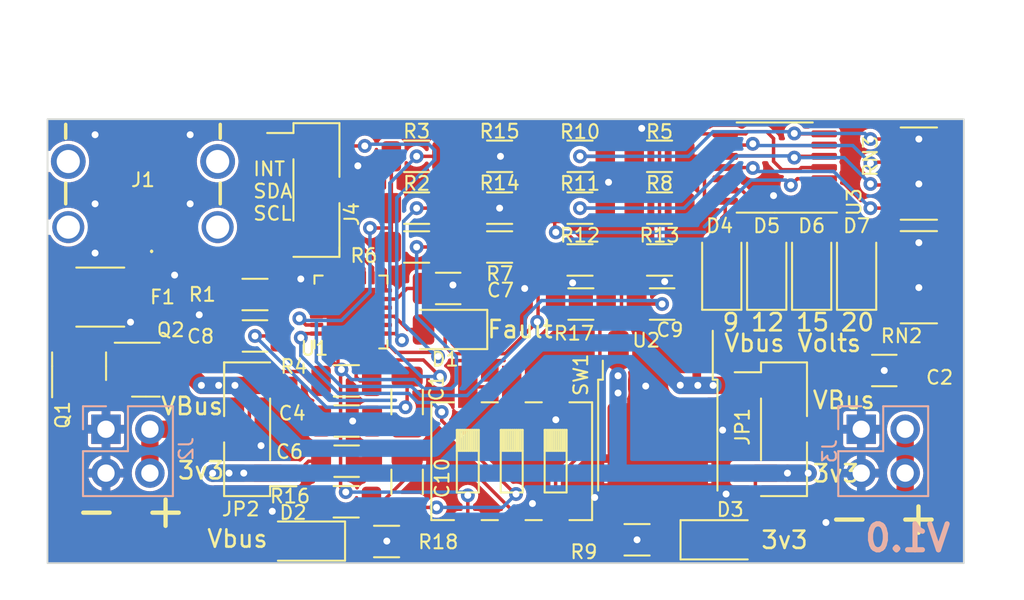
<source format=kicad_pcb>
(kicad_pcb (version 20221018) (generator pcbnew)
  (title_block (title "USB-C Breadboard Power Supply") (date "2023-05-16") (rev "v1") (company "Benjamin Crall"))
  (layers (0 "F.Cu" signal) (31 "B.Cu" signal) (34 "B.Paste" user) (35 "F.Paste" user) (36 "B.SilkS" user "B.Silkscreen") (37 "F.SilkS" user "F.Silkscreen") (38 "B.Mask" user) (39 "F.Mask" user) (44 "Edge.Cuts" user))
  (net 0 "")
  (net 1 "GND")
  (net 2 "VBUS")
  (net 3 "Net-(D1-K)")
  (net 4 "Net-(D1-A)")
  (net 5 "Net-(D3-K)")
  (net 6 "Net-(J1-CC2)")
  (net 7 "+3V3")
  (net 8 "Net-(D4-K)")
  (net 9 "Net-(D4-A)")
  (net 10 "Net-(D5-K)")
  (net 11 "Net-(D6-K)")
  (net 12 "Net-(D7-K)")
  (net 13 "Net-(D7-A)")
  (net 14 "Net-(RN3-R4.1)")
  (net 15 "Net-(RN3-R3.1)")
  (net 16 "Net-(RN3-R2.1)")
  (net 17 "Net-(RN3-R1.1)")
  (net 18 "Net-(U3A--)")
  (net 19 "Net-(D5-A)")
  (net 20 "Net-(D6-A)")
  (net 21 "Net-(J2-Pin_3)")
  (net 22 "Net-(J3-Pin_3)")
  (net 23 "Net-(U1-Vbus_Max)")
  (net 24 "Net-(U1-VDDD)")
  (net 25 "Net-(U1-VCCD)")
  (net 26 "Net-(U1-Vbus_Fet_En)")
  (net 27 "Net-(J4-Pin_1)")
  (net 28 "Net-(J4-Pin_2)")
  (net 29 "Net-(J4-Pin_3)")
  (net 30 "Net-(U1-Isink_Fine)")
  (net 31 "Net-(U1-Isink_Course)")
  (net 32 "Net-(R16-Pad2)")
  (net 33 "Net-(R17-Pad2)")
  (net 40 "Net-(D2-K)")
  (net 41 "Net-(Q1-D)")
  (net 42 "Net-(J1-CC1)")
  (net 43 "Net-(Q1-G)")
  (net 44 "Net-(F1-Pad1)")
  (net 45 "Net-(Q1-S)")
  (footprint "Resistor_SMD:R_1206_3216Metric" (layer "F.Cu") (at 114.8 85.8)
    (fp_text reference "R10")
    (fp_text value "73.2k")
  )
  (footprint "Resistor_SMD:R_1206_3216Metric" (layer "F.Cu") (at 119.4 91.8)
    (fp_text reference "R13")
    (fp_text value "100k")
  )
  (footprint "Resistor_SMD:R_1206_3216Metric" (layer "F.Cu") (at 105.35 85.8)
    (fp_text reference "R3")
    (fp_text value "5k1")
  )
  (footprint "Resistor_SMD:R_1206_3216Metric" (layer "F.Cu") (at 101.2875 98.8 180)
    (fp_text reference "R4")
    (fp_text value "100")
  )
  (footprint "Resistor_SMD:R_1206_3216Metric" (layer "F.Cu") (at 105.35 91.05)
    (fp_text reference "R6")
    (fp_text value "5k1")
  )
  (footprint "LED_SMD:LED_1206_3216Metric" (layer "F.Cu") (at 122.9 108)
    (fp_text reference "D3")
    (fp_text value "LED")
  )
  (footprint "Capacitor_SMD:C_1206_3216Metric" (layer "F.Cu") (at 101.3 101.125)
    (fp_text reference "C4")
    (fp_text value "1u")
  )
  (footprint "Package_TO_SOT_SMD:TO-252-2" (layer "F.Cu") (at 119.3 102.04 -90)
    (fp_text reference "U2")
    (fp_text value "BD33FC0FP")
  )
  (footprint "Package_TO_SOT_SMD:SOT-23-3" (layer "F.Cu") (at 85.825 97.95 90)
    (fp_text reference "Q1")
    (fp_text value "Q_PMOS_GSD")
  )
  (footprint "Resistor_SMD:R_1206_3216Metric" (layer "F.Cu") (at 119.4 85.8)
    (fp_text reference "R5")
    (fp_text value "0")
  )
  (footprint "Resistor_SMD:R_1206_3216Metric" (layer "F.Cu") (at 110.15 88.8)
    (fp_text reference "R14")
    (fp_text value "0")
  )
  (footprint "Fuse:Fuse_1812_4532Metric" (layer "F.Cu") (at 87.05 93.95 180)
    (fp_text reference "F1")
    (fp_text value "Fuse")
  )
  (footprint "LED_SMD:LED_1206_3216Metric" (layer "F.Cu") (at 123 92.4 90)
    (fp_text reference "D4")
    (fp_text value "LED")
  )
  (footprint "Resistor_SMD:R_1206_3216Metric" (layer "F.Cu") (at 110.15 91.05)
    (fp_text reference "R7")
    (fp_text value "2k2")
  )
  (footprint "Capacitor_SMD:C_1206_3216Metric" (layer "F.Cu") (at 119.55 94.35)
    (fp_text reference "C9")
    (fp_text value "1u")
  )
  (footprint "usb-breadboard:J-Amphenol-USB-C" (layer "F.Cu") (at 89.52 86.95 180)
    (fp_text reference "J1")
    (fp_text value "USB_C_Receptacle_PowerOnly_6P" hide)
  )
  (footprint "Connector_PinHeader_2.54mm:PinHeader_1x03_P2.54mm_Vertical_SMD_Pin1Left" (layer "F.Cu") (at 95.545 101.6 180)
    (fp_text reference "JP2")
    (fp_text value "Jumper_3_Bridged12")
  )
  (footprint "LED_SMD:LED_1206_3216Metric" (layer "F.Cu") (at 128.2 92.4 90)
    (fp_text reference "D6")
    (fp_text value "LED")
  )
  (footprint "LED_SMD:LED_1206_3216Metric" (layer "F.Cu") (at 125.6 92.4 90)
    (fp_text reference "D5")
    (fp_text value "LED")
  )
  (footprint "Resistor_SMD:R_Array_Convex_4x1206" (layer "F.Cu") (at 134.4 86.8)
    (fp_text reference "RN3")
    (fp_text value "100k")
  )
  (footprint "Connector_PinHeader_2.54mm:PinHeader_1x03_P2.54mm_Vertical_SMD_Pin1Left" (layer "F.Cu") (at 126.6 101.6)
    (fp_text reference "JP1")
    (fp_text value "Jumper_3_Bridged12")
  )
  (footprint "Resistor_SMD:R_1206_3216Metric" (layer "F.Cu") (at 118.1 108 180)
    (fp_text reference "R9")
    (fp_text value "2k2")
  )
  (footprint "LED_SMD:LED_1206_3216Metric" (layer "F.Cu") (at 130.8 92.4 90)
    (fp_text reference "D7")
    (fp_text value "LED")
  )
  (footprint "LED_SMD:LED_1206_3216Metric" (layer "F.Cu") (at 107.15 95.825 180)
    (fp_text reference "D1")
    (fp_text value "LED")
  )
  (footprint "Resistor_SMD:R_1206_3216Metric" (layer "F.Cu") (at 96 93.8 180)
    (fp_text reference "R1")
    (fp_text value "10k")
  )
  (footprint "Package_TO_SOT_SMD:SOT-23-3" (layer "F.Cu") (at 89.6875 98.15)
    (fp_text reference "Q2")
    (fp_text value "Q_PMOS_GSD")
  )
  (footprint "Resistor_SMD:R_1206_3216Metric" (layer "F.Cu") (at 114.85 94.35 180)
    (fp_text reference "R17")
    (fp_text value "3k")
  )
  (footprint "Connector_PinHeader_2.54mm:PinHeader_1x03_P2.54mm_Vertical_SMD_Pin1Left" (layer "F.Cu") (at 99.555 87.75)
    (fp_text reference "J4")
    (fp_text value "Conn_01x03")
  )
  (footprint "Capacitor_SMD:C_1206_3216Metric" (layer "F.Cu") (at 101.3 103.45)
    (fp_text reference "C6")
    (fp_text value "1u")
  )
  (footprint "Capacitor_SMD:C_1206_3216Metric" (layer "F.Cu") (at 107.175 93.45)
    (fp_text reference "C7")
    (fp_text value "1u")
  )
  (footprint "Package_SO:TSSOP-14_4.4x5mm_P0.65mm" (layer "F.Cu") (at 126.0625 86.45 180)
    (fp_text reference "U3")
    (fp_text value "LM339")
  )
  (footprint "Capacitor_SMD:C_1206_3216Metric" (layer "F.Cu") (at 104.8 104.65 90)
    (fp_text reference "C10")
    (fp_text value "1u")
  )
  (footprint "Resistor_SMD:R_1206_3216Metric" (layer "F.Cu") (at 119.4 88.8)
    (fp_text reference "R8")
    (fp_text value "36.5k")
  )
  (footprint "Capacitor_SMD:C_1206_3216Metric" (layer "F.Cu") (at 104.8 100.025 -90)
    (fp_text reference "C1")
    (fp_text value "10u")
  )
  (footprint "Resistor_SMD:R_1206_3216Metric" (layer "F.Cu") (at 103.6125 108.1)
    (fp_text reference "R18")
    (fp_text value "5k1")
  )
  (footprint "Button_Switch_SMD:SW_DIP_SPSTx03_Slide_6.7x9.18mm_W8.61mm_P2.54mm_LowProfile" (layer "F.Cu") (at 110.85 103.45 -90)
    (fp_text reference "SW1")
    (fp_text value "SW_DIP_x03")
  )
  (footprint "LED_SMD:LED_1206_3216Metric" (layer "F.Cu") (at 98.925 108.075 180)
    (fp_text reference "D2")
    (fp_text value "LED")
  )
  (footprint "Resistor_SMD:R_1206_3216Metric" (layer "F.Cu") (at 105.35 88.8)
    (fp_text reference "R2")
    (fp_text value "DNP")
  )
  (footprint "Package_DFN_QFN:QFN-24-1EP_4x4mm_P0.5mm_EP2.8x2.8mm" (layer "F.Cu") (at 101.55 94.8125 90)
    (fp_text reference "U1")
    (fp_text value "CYPD3177")
  )
  (footprint "Capacitor_SMD:C_1206_3216Metric" (layer "F.Cu") (at 96 96.2 180)
    (fp_text reference "C8")
    (fp_text value "1u")
  )
  (footprint "Resistor_SMD:R_Array_Convex_4x1206" (layer "F.Cu") (at 134.4 92.8 180)
    (fp_text reference "RN2")
    (fp_text value "2k2")
  )
  (footprint "Capacitor_SMD:C_1206_3216Metric" (layer "F.Cu") (at 132.4 98.2)
    (fp_text reference "C2")
    (fp_text value "1u")
  )
  (footprint "Resistor_SMD:R_1206_3216Metric" (layer "F.Cu") (at 114.8 91.8)
    (fp_text reference "R12")
    (fp_text value "536k")
  )
  (footprint "Resistor_SMD:R_1206_3216Metric" (layer "F.Cu") (at 101.275 105.8)
    (fp_text reference "R16")
    (fp_text value "1k2")
  )
  (footprint "Resistor_SMD:R_1206_3216Metric" (layer "F.Cu") (at 114.8 88.8)
    (fp_text reference "R11")
    (fp_text value "137k")
  )
  (footprint "Resistor_SMD:R_1206_3216Metric" (layer "F.Cu") (at 110.15 85.8)
    (fp_text reference "R15")
    (fp_text value "2k2")
  )
  (footprint "Connector_PinHeader_2.54mm:PinHeader_2x02_P2.54mm_Vertical" (layer "B.Cu") (at 131.069 101.6 -90)
    (fp_text reference "J3")
    (fp_text value "Conn_02x02")
  )
  (footprint "Connector_PinHeader_2.54mm:PinHeader_2x02_P2.54mm_Vertical" (layer "B.Cu") (at 87.381 101.6 -90)
    (fp_text reference "J2")
    (fp_text value "Conn_02x02")
  )
  (gr_rect locked (start 84 83.65) (end 137 109.35) (stroke (width 0.1)) (fill none) (layer "Edge.Cuts"))
  (gr_text "V1.0" (at 136.375 108.775) (layer "B.SilkS") (effects (font (size 1.5 1.5) (thickness 0.3) bold) (justify left bottom mirror)))
  (gr_text "INT\nSDA\nSCL" (at 95.825 89.575) (layer "F.SilkS") (effects (font (size 0.8 0.8) (thickness 0.12)) (justify left bottom)))
  (gr_text "15" (at 127.2 96) (layer "F.SilkS") (effects (font (size 1 1)) (justify left bottom)))
  (gr_text "9" (at 122.95 96) (layer "F.SilkS") (effects (font (size 1 1)) (justify left bottom)))
  (gr_text "- +" (at 128.975 107.85) (layer "F.SilkS") (effects (font (size 2 2) (thickness 0.25)) (justify left bottom)))
  (gr_text "3v3" (at 128.175 104.75) (layer "F.SilkS") (effects (font (size 1 1)) (justify left bottom)))
  (gr_text "- +" (at 85.425 107.45) (layer "F.SilkS") (effects (font (size 2 2) (thickness 0.25)) (justify left bottom)))
  (gr_text "3v3" (at 125.2 108.6) (layer "F.SilkS") (effects (font (size 1 1)) (justify left bottom)))
  (gr_text "20" (at 129.8 96) (layer "F.SilkS") (effects (font (size 1 1)) (justify left bottom)))
  (gr_text "12" (at 124.6 96) (layer "F.SilkS") (effects (font (size 1 1)) (justify left bottom)))
  (gr_text "Vbus" (at 93.15 108.525) (layer "F.SilkS") (effects (font (size 1 1)) (justify left bottom)))
  (gr_text "3v3" (at 91.45 104.575) (layer "F.SilkS") (effects (font (size 1 1)) (justify left bottom)))
  (gr_text "VBus" (at 128.175 100.5) (layer "F.SilkS") (effects (font (size 1 1)) (justify left bottom)))
  (gr_text "Vbus Volts" (at 123.05 97.2) (layer "F.SilkS") (effects (font (size 1 1)) (justify left bottom)))
  (gr_text "Fault" (at 109.35 96.4) (layer "F.SilkS") (effects (font (size 1 1)) (justify left bottom)))
  (gr_text "VBus" (at 90.475 100.85) (layer "F.SilkS") (effects (font (size 1 1)) (justify left bottom)))
  (segment (start 111.6125 91.05) (end 111.6125 88.8) (width 0.2) (layer "F.Cu") (net 1))
  (segment (start 99.5625 93.5625) (end 100.3 93.5625) (width 0.2) (layer "F.Cu") (net 1))
  (segment (start 99.5625 95.0625) (end 101.3 95.0625) (width 0.2) (layer "F.Cu") (net 1))
  (via (at 134.4 90.8) (size 0.8) (drill 0.4) (layers "F.Cu" "B.Cu") (net 1))
  (via (at 92.25 88.55) (size 0.8) (drill 0.4) (layers "F.Cu" "B.Cu") (net 1))
  (via (at 107.45 93.25) (size 0.8) (drill 0.4) (layers "F.Cu" "B.Cu") (net 1))
  (via (at 118.6 99.1) (size 0.8) (drill 0.4) (layers "F.Cu" "B.Cu") (net 1))
  (via (at 110.2 85.8) (size 0.8) (drill 0.4) (layers "F.Cu" "B.Cu") (net 1))
  (via (at 118.1 108) (size 0.8) (drill 0.4) (layers "F.Cu" "B.Cu") (net 1))
  (via (at 132.4 98.2) (size 0.8) (drill 0.4) (layers "F.Cu" "B.Cu") (net 1))
  (via (at 101.65 101.125) (size 0.8) (drill 0.4) (layers "F.Cu" "B.Cu") (net 1))
  (via (at 123.25 105.35) (size 0.8) (drill 0.4) (layers "F.Cu" "B.Cu") (net 1))
  (via (at 92.775 94.975) (size 0.8) (drill 0.4) (layers "F.Cu" "B.Cu") (net 1))
  (via (at 98.65 92.9) (size 0.8) (drill 0.4) (layers "F.Cu" "B.Cu") (net 1))
  (via (at 97 106.35) (size 0.8) (drill 0.4) (layers "F.Cu" "B.Cu") (net 1))
  (via (at 118.369622 84.180378) (size 0.8) (drill 0.4) (layers "F.Cu" "B.Cu") (net 1))
  (via (at 103.625 108.075) (size 0.8) (drill 0.4) (layers "F.Cu" "B.Cu") (net 1))
  (via (at 115.65 105.55) (size 0.8) (drill 0.4) (layers "F.Cu" "B.Cu") (net 1))
  (via (at 96.35 102.55) (size 0.8) (drill 0.4) (layers "F.Cu" "B.Cu") (net 1))
  (via (at 86.75 91.4) (size 0.8) (drill 0.4) (layers "F.Cu" "B.Cu") (net 1))
  (via (at 88.8 95.4) (size 0.8) (drill 0.4) (layers "F.Cu" "B.Cu") (net 1))
  (via (at 86.75 84.55) (size 0.8) (drill 0.4) (layers "F.Cu" "B.Cu") (net 1))
  (via (at 112.05 105.9) (size 0.8) (drill 0.4) (layers "F.Cu" "B.Cu") (net 1))
  (via (at 111.6 93.45) (size 0.8) (drill 0.4) (layers "F.Cu" "B.Cu") (net 1))
  (via (at 101.95 86.35) (size 0.8) (drill 0.4) (layers "F.Cu" "B.Cu") (net 1))
  (via (at 125.994975 88.075) (size 0.8) (drill 0.4) (layers "F.Cu" "B.Cu") (net 1))
  (via (at 134.4 84.8) (size 0.8) (drill 0.4) (layers "F.Cu" "B.Cu") (net 1))
  (via (at 91.35 92.675) (size 0.8) (drill 0.4) (layers "F.Cu" "B.Cu") (net 1))
  (via (at 134.4 87.4) (size 0.8) (drill 0.4) (layers "F.Cu" "B.Cu") (net 1))
  (via (at 119.7 93.05) (size 0.8) (drill 0.4) (layers "F.Cu" "B.Cu") (net 1))
  (via (at 86.75 88.55) (size 0.8) (drill 0.4) (layers "F.Cu" "B.Cu") (net 1))
  (via (at 92.25 84.55) (size 0.8) (drill 0.4) (layers "F.Cu" "B.Cu") (net 1))
  (via (at 129.025 107) (size 0.8) (drill 0.4) (layers "F.Cu" "B.Cu") (net 1))
  (via (at 114.375 93.125) (size 0.8) (drill 0.4) (layers "F.Cu" "B.Cu") (net 1))
  (via (at 123.05 101.65) (size 0.8) (drill 0.4) (layers "F.Cu" "B.Cu") (net 1))
  (via (at 116.45 87.3) (size 0.8) (drill 0.4) (layers "F.Cu" "B.Cu") (net 1))
  (via (at 113.4 101.05) (size 0.8) (drill 0.4) (layers "F.Cu" "B.Cu") (net 1))
  (via (at 110.15 88.8) (size 0.8) (drill 0.4) (layers "F.Cu" "B.Cu") (net 1))
  (via (at 134.4 93.4) (size 0.8) (drill 0.4) (layers "F.Cu" "B.Cu") (net 1))
  (segment (start 90.825 98.15) (end 91.99 98.15) (width 1) (layer "F.Cu") (net 2))
  (segment (start 95.125 102.75) (end 95.675 102.2) (width 0.2) (layer "F.Cu") (net 2))
  (segment (start 95.675 102.2) (end 95.675 99.895) (width 0.2) (layer "F.Cu") (net 2))
  (segment (start 128.74 99.06) (end 125.285 99.06) (width 0.5) (layer "F.Cu") (net 2))
  (segment (start 93.9 99.06) (end 94.84 99.06) (width 1) (layer "F.Cu") (net 2))
  (segment (start 112.7 91.8) (end 113.3375 91.8) (width 0.2) (layer "F.Cu") (net 2))
  (segment (start 94.84 99.06) (end 97.06 99.06) (width 1) (layer "F.Cu") (net 2))
  (segment (start 91.99 98.15) (end 92.9 99.06) (width 1) (layer "F.Cu") (net 2))
  (segment (start 112.375 92.125) (end 112.7 91.8) (width 0.2) (layer "F.Cu") (net 2))
  (segment (start 112.326605 95.384151) (end 112.375 95.335756) (width 0.2) (layer "F.Cu") (net 2))
  (segment (start 92.6 104.7) (end 92.6 103.6) (width 0.2) (layer "F.Cu") (net 2))
  (segment (start 120.6 99.05) (end 120.61 99.06) (width 1) (layer "F.Cu") (net 2))
  (segment (start 92.9 99.06) (end 93.9 99.06) (width 1) (layer "F.Cu") (net 2))
  (segment (start 107 94.1) (end 107 96.8) (width 0.2) (layer "F.Cu") (net 2))
  (segment (start 93.45 102.75) (end 95.125 102.75) (width 0.2) (layer "F.Cu") (net 2))
  (segment (start 103.5375 94.0625) (end 104.1875 94.0625) (width 0.2) (layer "F.Cu") (net 2))
  (segment (start 107 96.8) (end 107.425 97.225) (width 0.2) (layer "F.Cu") (net 2))
  (segment (start 120.61 99.06) (end 124.945 99.06) (width 1) (layer "F.Cu") (net 2))
  (segment (start 121.615 99.06) (end 121.555 99) (width 0.5) (layer "F.Cu") (net 2))
  (segment (start 112.375 95.335756) (end 112.375 92.125) (width 0.2) (layer "F.Cu") (net 2))
  (segment (start 121.555 99) (end 121.555 96.375) (width 0.5) (layer "F.Cu") (net 2))
  (segment (start 107.425 97.225) (end 110.475 97.225) (width 0.2) (layer "F.Cu") (net 2))
  (segment (start 129.6 98.2) (end 128.74 99.06) (width 0.5) (layer "F.Cu") (net 2))
  (segment (start 104.1875 94.0625) (end 104.8 93.45) (width 0.2) (layer "F.Cu") (net 2))
  (segment (start 97.525 108.075) (end 95.975 108.075) (width 0.2) (layer "F.Cu") (net 2))
  (segment (start 104.8 93.45) (end 106.35 93.45) (width 0.2) (layer "F.Cu") (net 2))
  (segment (start 95.675 99.895) (end 94.84 99.06) (width 0.2) (layer "F.Cu") (net 2))
  (segment (start 112.315849 95.384151) (end 112.326605 95.384151) (width 0.2) (layer "F.Cu") (net 2))
  (segment (start 92.6 103.6) (end 93.45 102.75) (width 0.2) (layer "F.Cu") (net 2))
  (segment (start 95.975 108.075) (end 92.6 104.7) (width 0.2) (layer "F.Cu") (net 2))
  (segment (start 130.925 98.2) (end 129.6 98.2) (width 0.5) (layer "F.Cu") (net 2))
  (segment (start 110.475 97.225) (end 112.315849 95.384151) (width 0.2) (layer "F.Cu") (net 2))
  (segment (start 106.35 93.45) (end 107 94.1) (width 0.2) (layer "F.Cu") (net 2))
  (via (at 93.9 99.06) (size 0.8) (drill 0.4) (layers "F.Cu" "B.Cu") (net 2))
  (via (at 121.615 99.06) (size 0.8) (drill 0.4) (layers "F.Cu" "B.Cu") (net 2))
  (via (at 94.84 99.06) (size 0.8) (drill 0.4) (layers "F.Cu" "B.Cu") (net 2))
  (via (at 120.6 99.05) (size 0.8) (drill 0.4) (layers "F.Cu" "B.Cu") (net 2))
  (via (at 92.9 99.06) (size 0.8) (drill 0.4) (layers "F.Cu" "B.Cu") (net 2))
  (via (at 112.326605 95.384151) (size 0.8) (drill 0.4) (layers "F.Cu" "B.Cu") (net 2))
  (via (at 122.5 99.06) (size 0.8) (drill 0.4) (layers "F.Cu" "B.Cu") (net 2))
  (segment (start 112.45 96.6) (end 118.155635 96.6) (width 1) (layer "B.Cu") (net 2))
  (segment (start 111.3 97.75) (end 106.35 102.7) (width 1) (layer "B.Cu") (net 2))
  (segment (start 120.61 99.06) (end 120.6 99.05) (width 1) (layer "B.Cu") (net 2))
  (segment (start 106.35 102.7) (end 98.48 102.7) (width 1) (layer "B.Cu") (net 2))
  (segment (start 112.326605 96.723395) (end 111.3 97.75) (width 0.2) (layer "B.Cu") (net 2))
  (segment (start 112.326605 95.384151) (end 112.326605 96.723395) (width 0.2) (layer "B.Cu") (net 2))
  (segment (start 98.48 102.7) (end 94.84 99.06) (width 1) (layer "B.Cu") (net 2))
  (segment (start 122.5 99.06) (end 120.61 99.06) (width 1) (layer "B.Cu") (net 2))
  (segment (start 92.9 99.06) (end 94.84 99.06) (width 1) (layer "B.Cu") (net 2))
  (segment (start 120.6 99.044365) (end 120.6 99.05) (width 1) (layer "B.Cu") (net 2))
  (segment (start 118.155635 96.6) (end 120.6 99.044365) (width 1) (layer "B.Cu") (net 2))
  (segment (start 111.3 97.75) (end 112.45 96.6) (width 1) (layer "B.Cu") (net 2))
  (segment (start 110.05 91.6) (end 110.05 95.45) (width 0.2) (layer "F.Cu") (net 3))
  (segment (start 110.05 95.45) (end 109.675 95.825) (width 0.2) (layer "F.Cu") (net 3))
  (segment (start 109.675 95.825) (end 108.775 95.825) (width 0.2) (layer "F.Cu") (net 3))
  (segment (start 108.6875 91.05) (end 109.5 91.05) (width 0.2) (layer "F.Cu") (net 3))
  (segment (start 109.5 91.05) (end 110.05 91.6) (width 0.2) (layer "F.Cu") (net 3))
  (segment (start 104.0625 95.0625) (end 104.825 95.825) (width 0.2) (layer "F.Cu") (net 4))
  (segment (start 103.5375 95.0625) (end 104.0625 95.0625) (width 0.2) (layer "F.Cu") (net 4))
  (segment (start 104.825 95.825) (end 105.525 95.825) (width 0.2) (layer "F.Cu") (net 4))
  (segment (start 119.5625 108) (end 121.5 108) (width 0.2) (layer "F.Cu") (net 5))
  (segment (start 101.8 92.825) (end 101.8 92.375) (width 0.2) (layer "F.Cu") (net 6))
  (segment (start 101.125 91.7) (end 90.05 91.7) (width 0.2) (layer "F.Cu") (net 6))
  (segment (start 89 90.65) (end 89 89.95) (width 0.2) (layer "F.Cu") (net 6))
  (segment (start 101.8 92.375) (end 101.125 91.7) (width 0.2) (layer "F.Cu") (net 6))
  (segment (start 90.05 91.7) (end 89 90.65) (width 0.2) (layer "F.Cu") (net 6))
  (segment (start 97.2 104.14) (end 98.56 104.14) (width 0.2) (layer "F.Cu") (net 7))
  (segment (start 117.9375 85.8) (end 117.9375 88.8) (width 0.2) (layer "F.Cu") (net 7))
  (segment (start 124.3 108) (end 124.3 106.3) (width 0.2) (layer "F.Cu") (net 7))
  (segment (start 117.9375 85.8) (end 117.9375 84.7375) (width 0.2) (layer "F.Cu") (net 7))
  (segment (start 116.995 98.5) (end 116.995 96.375) (width 0.75) (layer "F.Cu") (net 7))
  (segment (start 126.8 104.14) (end 124.945 104.14) (width 1) (layer "F.Cu") (net 7))
  (segment (start 128.925 87.1) (end 127.369975 87.1) (width 0.2) (layer "F.Cu") (net 7))
  (segment (start 114.8 91) (end 114.8 92.5) (width 0.2) (layer "F.Cu") (net 7))
  (segment (start 113.3375 88.8) (end 113.3375 85.8) (width 0.2) (layer "F.Cu") (net 7))
  (segment (start 124.3 106.3) (end 124.945 105.655) (width 0.2) (layer "F.Cu") (net 7))
  (segment (start 117.02 95.53) (end 117.02 97) (width 0.2) (layer "F.Cu") (net 7))
  (segment (start 99.1 103.45) (end 99.775 103.45) (width 0.2) (layer "F.Cu") (net 7))
  (segment (start 113.3375 88.8) (end 113.3375 89.9375) (width 0.2) (layer "F.Cu") (net 7))
  (segment (start 113.3375 84.6625) (end 113.3375 85.8) (width 0.2) (layer "F.Cu") (net 7))
  (segment (start 98.56 104.14) (end 98.9 103.8) (width 0.2) (layer "F.Cu") (net 7))
  (segment (start 117 98.505) (end 116.995 98.5) (width 0.75) (layer "F.Cu") (net 7))
  (segment (start 116.75 93.05) (end 117.2 93.5) (width 0.2) (layer "F.Cu") (net 7))
  (segment (start 117.9375 84.7375) (end 117.4 84.2) (width 0.2) (layer "F.Cu") (net 7))
  (segment (start 127.369975 87.1) (end 126.994975 87.475) (width 0.2) (layer "F.Cu") (net 7))
  (segment (start 117 98.505) (end 117 99.5005) (width 0.75) (layer "F.Cu") (net 7))
  (segment (start 114.8 92.5) (end 115.35 93.05) (width 0.2) (layer "F.Cu") (net 7))
  (segment (start 113.4 90) (end 113.4 90.2) (width 0.2) (layer "F.Cu") (net 7))
  (segment (start 93.56 104.14) (end 97.48 104.14) (width 1) (layer "F.Cu") (net 7))
  (segment (start 98.9 103.65) (end 99.1 103.45) (width 0.2) (layer "F.Cu") (net 7))
  (segment (start 113.8 84.2) (end 113.3375 84.6625) (width 0.2) (layer "F.Cu") (net 7))
  (segment (start 117.4 84.2) (end 113.8 84.2) (width 0.2) (layer "F.Cu") (net 7))
  (segment (start 117.2 93.5) (end 117.2 95.35) (width 0.2) (layer "F.Cu") (net 7))
  (segment (start 115.35 93.05) (end 116.75 93.05) (width 0.2) (layer "F.Cu") (net 7))
  (segment (start 98.9 103.8) (end 98.9 103.65) (width 0.2) (layer "F.Cu") (net 7))
  (segment (start 113.4 90.2) (end 114 90.2) (width 0.2) (layer "F.Cu") (net 7))
  (segment (start 93.55 104.15) (end 93.56 104.14) (width 1) (layer "F.Cu") (net 7))
  (segment (start 114 90.2) (end 114.8 91) (width 0.2) (layer "F.Cu") (net 7))
  (segment (start 124.945 105.655) (end 124.945 104.14) (width 0.2) (layer "F.Cu") (net 7))
  (segment (start 117.2 95.35) (end 117.02 95.53) (width 0.2) (layer "F.Cu") (net 7))
  (segment (start 128 104.14) (end 126.8 104.14) (width 1) (layer "F.Cu") (net 7))
  (segment (start 113.3375 89.9375) (end 113.4 90) (width 0.2) (layer "F.Cu") (net 7))
  (via (at 126.8 104.14) (size 0.8) (drill 0.4) (layers "F.Cu" "B.Cu") (net 7))
  (via (at 93.55 104.15) (size 0.8) (drill 0.4) (layers "F.Cu" "B.Cu") (net 7))
  (via (at 117 99.5005) (size 0.8) (drill 0.4) (layers "F.Cu" "B.Cu") (net 7))
  (via (at 94.5 104.14) (size 0.8) (drill 0.4) (layers "F.Cu" "B.Cu") (net 7))
  (via (at 95.35 104.14) (size 0.8) (drill 0.4) (layers "F.Cu" "B.Cu") (net 7))
  (via (at 126.994975 87.475) (size 0.8) (drill 0.4) (layers "F.Cu" "B.Cu") (net 7))
  (via (at 117 98.505) (size 0.8) (drill 0.4) (layers "F.Cu" "B.Cu") (net 7))
  (via (at 128 104.14) (size 0.8) (drill 0.4) (layers "F.Cu" "B.Cu") (net 7))
  (via (at 113.4 90.2) (size 0.8) (drill 0.4) (layers "F.Cu" "B.Cu") (net 7))
  (segment (start 126.694975 87.175) (end 126.994975 87.475) (width 0.2) (layer "B.Cu") (net 7))
  (segment (start 93.56 104.14) (end 94.5 104.14) (width 1) (layer "B.Cu") (net 7))
  (segment (start 94.5 104.14) (end 95.35 104.14) (width 1) (layer "B.Cu") (net 7))
  (segment (start 117 98.505) (end 117 103.8) (width 1) (layer "B.Cu") (net 7))
  (segment (start 124.694975 87.175) (end 126.694975 87.175) (width 0.2) (layer "B.Cu") (net 7))
  (segment (start 113.4 90.2) (end 122 90.2) (width 0.2) (layer "B.Cu") (net 7))
  (segment (start 93.55 104.15) (end 93.56 104.14) (width 1) (layer "B.Cu") (net 7))
  (segment (start 121.994975 89.875) (end 124.694975 87.175) (width 0.2) (layer "B.Cu") (net 7))
  (segment (start 93.56 104.14) (end 128 104.14) (width 1) (layer "B.Cu") (net 7))
  (segment (start 131.6 92) (end 132 91.6) (width 0.2) (layer "F.Cu") (net 8))
  (segment (start 132 91.6) (end 132 91.2) (width 0.2) (layer "F.Cu") (net 8))
  (segment (start 123.8 92) (end 131.6 92) (width 0.2) (layer "F.Cu") (net 8))
  (segment (start 123 92.8) (end 123.8 92) (width 0.2) (layer "F.Cu") (net 8))
  (segment (start 132 91.2) (end 132.4 90.8) (width 0.2) (layer "F.Cu") (net 8))
  (segment (start 132.4 90.8) (end 132.9 90.8) (width 0.2) (layer "F.Cu") (net 8))
  (segment (start 123 93.8) (end 123 92.8) (width 0.2) (layer "F.Cu") (net 8))
  (segment (start 123 89.375) (end 123 91) (width 0.2) (layer "F.Cu") (net 9))
  (segment (start 123.2 89.175) (end 123 89.375) (width 0.2) (layer "F.Cu") (net 9))
  (segment (start 123.2 88.4) (end 123.2 89.175) (width 0.2) (layer "F.Cu") (net 9))
  (segment (start 132.02 92.4) (end 132.28 92.14) (width 0.2) (layer "F.Cu") (net 10))
  (segment (start 125.6 93.8) (end 125.6 93) (width 0.2) (layer "F.Cu") (net 10))
  (segment (start 132.28 92.14) (end 132.9 92.14) (width 0.2) (layer "F.Cu") (net 10))
  (segment (start 126.2 92.4) (end 132.02 92.4) (width 0.2) (layer "F.Cu") (net 10))
  (segment (start 125.6 93) (end 126.2 92.4) (width 0.2) (layer "F.Cu") (net 10))
  (segment (start 132.46 93.46) (end 132.9 93.46) (width 0.2) (layer "F.Cu") (net 11))
  (segment (start 128.2 93) (end 128.4 92.8) (width 0.2) (layer "F.Cu") (net 11))
  (segment (start 131.8 92.8) (end 132.46 93.46) (width 0.2) (layer "F.Cu") (net 11))
  (segment (start 128.2 93.8) (end 128.2 93) (width 0.2) (layer "F.Cu") (net 11))
  (segment (start 128.4 92.8) (end 131.8 92.8) (width 0.2) (layer "F.Cu") (net 11))
  (segment (start 130.8 94.6) (end 131 94.8) (width 0.2) (layer "F.Cu") (net 12))
  (segment (start 130.8 93.8) (end 130.8 94.6) (width 0.2) (layer "F.Cu") (net 12))
  (segment (start 131 94.8) (end 132.9 94.8) (width 0.2) (layer "F.Cu") (net 12))
  (segment (start 128.925 87.75) (end 129.875 87.75) (width 0.2) (layer "F.Cu") (net 13))
  (segment (start 129.875 87.75) (end 130.8 88.675) (width 0.2) (layer "F.Cu") (net 13))
  (segment (start 130.8 88.675) (end 130.8 91) (width 0.2) (layer "F.Cu") (net 13))
  (segment (start 122 88.4) (end 122 86.825) (width 0.2) (layer "F.Cu") (net 14))
  (segment (start 120.8625 88.8) (end 121.6 88.8) (width 0.2) (layer "F.Cu") (net 14))
  (segment (start 132.9 88.8) (end 131.6 88.8) (width 0.2) (layer "F.Cu") (net 14))
  (segment (start 124.769975 86.45) (end 124.794975 86.475) (width 0.2) (layer "F.Cu") (net 14))
  (segment (start 123.132475 86.475) (end 123.157475 86.45) (width 0.2) (layer "F.Cu") (net 14))
  (segment (start 122 86.825) (end 122.375 86.45) (width 0.2) (layer "F.Cu") (net 14))
  (segment (start 121.6 88.8) (end 122 88.4) (width 0.2) (layer "F.Cu") (net 14))
  (segment (start 123.2 86.45) (end 124.769975 86.45) (width 0.2) (layer "F.Cu") (net 14))
  (segment (start 122.375 86.45) (end 123.2 86.45) (width 0.2) (layer "F.Cu") (net 14))
  (via (at 131.6 88.8) (size 0.8) (drill 0.4) (layers "F.Cu" "B.Cu") (net 14))
  (via (at 124.794975 86.475) (size 0.8) (drill 0.4) (layers "F.Cu" "B.Cu") (net 14))
  (segment (start 129.25 86.675) (end 129.475 86.675) (width 0.2) (layer "B.Cu") (net 14))
  (segment (start 124.794975 86.475) (end 124.994975 86.675) (width 0.2) (layer "B.Cu") (net 14))
  (segment (start 124.994975 86.675) (end 129.475 86.675) (width 0.2) (layer "B.Cu") (net 14))
  (segment (start 129.475 86.675) (end 131.6 88.8) (width 0.2) (layer "B.Cu") (net 14))
  (segment (start 129.475 86.675) (end 129.7375 86.9375) (width 0.2) (layer "B.Cu") (net 14))
  (segment (start 132.9 87.46) (end 131.66 87.46) (width 0.2) (layer "F.Cu") (net 15))
  (segment (start 128.925 85.8) (end 127.269975 85.8) (width 0.2) (layer "F.Cu") (net 15))
  (segment (start 131.66 87.46) (end 131.6 87.4) (width 0.2) (layer "F.Cu") (net 15))
  (segment (start 127.269975 85.8) (end 127.194975 85.875) (width 0.2) (layer "F.Cu") (net 15))
  (segment (start 116.2625 88.8) (end 114.8 88.8) (width 0.2) (layer "F.Cu") (net 15))
  (via (at 114.8 88.8) (size 0.8) (drill 0.4) (layers "F.Cu" "B.Cu") (net 15))
  (via (at 127.194975 85.875) (size 0.8) (drill 0.4) (layers "F.Cu" "B.Cu") (net 15))
  (via (at 131.6 87.4) (size 0.8) (drill 0.4) (layers "F.Cu" "B.Cu") (net 15))
  (segment (start 130.075 85.875) (end 130.4 86.2) (width 0.2) (layer "B.Cu") (net 15))
  (segment (start 120.825 88.8) (end 123.85 85.775) (width 0.2) (layer "B.Cu") (net 15))
  (segment (start 127.194975 85.875) (end 130.075 85.875) (width 0.2) (layer "B.Cu") (net 15))
  (segment (start 123.85 85.775) (end 127.094975 85.775) (width 0.2) (layer "B.Cu") (net 15))
  (segment (start 130.4 86.2) (end 131.6 87.4) (width 0.2) (layer "B.Cu") (net 15))
  (segment (start 127.094975 85.775) (end 127.194975 85.875) (width 0.2) (layer "B.Cu") (net 15))
  (segment (start 114.8 88.8) (end 120.825 88.8) (width 0.2) (layer "B.Cu") (net 15))
  (segment (start 122.35 85.15) (end 121.7 85.8) (width 0.2) (layer "F.Cu") (net 16))
  (segment (start 132.9 86.14) (end 131.66 86.14) (width 0.2) (layer "F.Cu") (net 16))
  (segment (start 123.2 85.15) (end 124.719975 85.15) (width 0.2) (layer "F.Cu") (net 16))
  (segment (start 123.2 85.15) (end 122.35 85.15) (width 0.2) (layer "F.Cu") (net 16))
  (segment (start 121.7 85.8) (end 120.8625 85.8) (width 0.2) (layer "F.Cu") (net 16))
  (segment (start 124.694975 85.175) (end 124.794975 85.075) (width 0.2) (layer "F.Cu") (net 16))
  (segment (start 131.66 86.14) (end 131.6 86.2) (width 0.2) (layer "F.Cu") (net 16))
  (segment (start 124.719975 85.15) (end 124.794975 85.075) (width 0.2) (layer "F.Cu") (net 16))
  (via (at 124.794975 85.075) (size 0.8) (drill 0.4) (layers "F.Cu" "B.Cu") (net 16))
  (via (at 131.6 86.2) (size 0.8) (drill 0.4) (layers "F.Cu" "B.Cu") (net 16))
  (segment (start 124.794975 85.075) (end 124.894975 85.175) (width 0.2) (layer "B.Cu") (net 16))
  (segment (start 124.894975 85.175) (end 130.575 85.175) (width 0.2) (layer "B.Cu") (net 16))
  (segment (start 130.9 85.5) (end 131.6 86.2) (width 0.2) (layer "B.Cu") (net 16))
  (segment (start 130.575 85.175) (end 130.9 85.5) (width 0.2) (layer "B.Cu") (net 16))
  (segment (start 116.2625 85.8) (end 114.8 85.8) (width 0.2) (layer "F.Cu") (net 17))
  (segment (start 127.244975 84.525) (end 127.194975 84.475) (width 0.2) (layer "F.Cu") (net 17))
  (segment (start 127.219975 84.5) (end 127.194975 84.475) (width 0.2) (layer "F.Cu") (net 17))
  (segment (start 132.9 84.8) (end 131.6 84.8) (width 0.2) (layer "F.Cu") (net 17))
  (segment (start 128.925 84.5) (end 127.219975 84.5) (width 0.2) (layer "F.Cu") (net 17))
  (via (at 131.6 84.8) (size 0.8) (drill 0.4) (layers "F.Cu" "B.Cu") (net 17))
  (via (at 127.194975 84.475) (size 0.8) (drill 0.4) (layers "F.Cu" "B.Cu") (net 17))
  (via (at 114.8 85.8) (size 0.8) (drill 0.4) (layers "F.Cu" "B.Cu") (net 17))
  (segment (start 122.494975 84.375) (end 127.094975 84.375) (width 0.2) (layer "B.Cu") (net 17))
  (segment (start 114.8 85.8) (end 121.069975 85.8) (width 0.2) (layer "B.Cu") (net 17))
  (segment (start 127.094975 84.375) (end 127.194975 84.475) (width 0.2) (layer "B.Cu") (net 17))
  (segment (start 127.194975 84.475) (end 131.275 84.475) (width 0.2) (layer "B.Cu") (net 17))
  (segment (start 131.275 84.475) (end 131.6 84.8) (width 0.2) (layer "B.Cu") (net 17))
  (segment (start 121.069975 85.8) (end 122.494975 84.375) (width 0.2) (layer "B.Cu") (net 17))
  (segment (start 124.380025 84.5) (end 124.505025 84.375) (width 0.2) (layer "F.Cu") (net 18))
  (segment (start 123.232475 85.775) (end 123.207475 85.8) (width 0.2) (layer "F.Cu") (net 18))
  (segment (start 127.484925 86.575) (end 127.609925 86.45) (width 0.2) (layer "F.Cu") (net 18))
  (segment (start 125.994975 84.769975) (end 125.994975 85.775) (width 0.2) (layer "F.Cu") (net 18))
  (segment (start 125.6 84.375) (end 125.994975 84.769975) (width 0.2) (layer "F.Cu") (net 18))
  (segment (start 117.9375 91.8) (end 118.8 91.8) (width 0.2) (layer "F.Cu") (net 18))
  (segment (start 125.994975 85.175) (end 128.857475 85.175) (width 0.2) (layer "F.Cu") (net 18))
  (segment (start 123.2 84.5) (end 124.380025 84.5) (width 0.2) (layer "F.Cu") (net 18))
  (segment (start 125.994975 85.775) (end 125.994975 86.094975) (width 0.2) (layer "F.Cu") (net 18))
  (segment (start 127.609925 86.45) (end 128.925 86.45) (width 0.2) (layer "F.Cu") (net 18))
  (segment (start 119.4 91.2) (end 119.4 85.2) (width 0.2) (layer "F.Cu") (net 18))
  (segment (start 120.1 84.5) (end 123.2 84.5) (width 0.2) (layer "F.Cu") (net 18))
  (segment (start 123.2 85.8) (end 123.225 85.775) (width 0.2) (layer "F.Cu") (net 18))
  (segment (start 123.207475 85.8) (end 123.182475 85.775) (width 0.2) (layer "F.Cu") (net 18))
  (segment (start 123.225 85.775) (end 125.994975 85.775) (width 0.2) (layer "F.Cu") (net 18))
  (segment (start 118.8 91.8) (end 119.4 91.2) (width 0.2) (layer "F.Cu") (net 18))
  (segment (start 124.505025 84.375) (end 125.6 84.375) (width 0.2) (layer "F.Cu") (net 18))
  (segment (start 116.2625 91.8) (end 117.9375 91.8) (width 0.2) (layer "F.Cu") (net 18))
  (segment (start 125.994975 86.094975) (end 126.475 86.575) (width 0.2) (layer "F.Cu") (net 18))
  (segment (start 126.475 86.575) (end 127.484925 86.575) (width 0.2) (layer "F.Cu") (net 18))
  (segment (start 119.4 85.2) (end 120.1 84.5) (width 0.2) (layer "F.Cu") (net 18))
  (segment (start 125.6 89.2) (end 125.6 91) (width 0.2) (layer "F.Cu") (net 19))
  (segment (start 124.15 87.75) (end 125.6 89.2) (width 0.2) (layer "F.Cu") (net 19))
  (segment (start 123.2 87.75) (end 124.15 87.75) (width 0.2) (layer "F.Cu") (net 19))
  (segment (start 128.925 89.125) (end 128.925 88.4) (width 0.2) (layer "F.Cu") (net 20))
  (segment (start 128.2 91) (end 128.2 89.85) (width 0.2) (layer "F.Cu") (net 20))
  (segment (start 128.2 89.85) (end 128.925 89.125) (width 0.2) (layer "F.Cu") (net 20))
  (segment (start 89.921 101.6) (end 89.921 104.14) (width 1) (layer "F.Cu") (net 21))
  (segment (start 93.75 101.6) (end 89.921 101.6) (width 1) (layer "F.Cu") (net 21))
  (segment (start 133.1 105.8) (end 133.609 105.291) (width 1) (layer "F.Cu") (net 22))
  (segment (start 129.325 104.9) (end 130.225 105.8) (width 1) (layer "F.Cu") (net 22))
  (segment (start 128.255 101.6) (end 128.255 102.697944) (width 1) (layer "F.Cu") (net 22))
  (segment (start 133.609 104.14) (end 133.609 101.6) (width 1) (layer "F.Cu") (net 22))
  (segment (start 130.225 105.8) (end 133.1 105.8) (width 1) (layer "F.Cu") (net 22))
  (segment (start 129.325 103.767944) (end 129.325 104.9) (width 1) (layer "F.Cu") (net 22))
  (segment (start 128.255 102.697944) (end 129.325 103.767944) (width 1) (layer "F.Cu") (net 22))
  (segment (start 133.609 105.291) (end 133.609 104.14) (width 1) (layer "F.Cu") (net 22))
  (segment (start 100.9995 98.144185) (end 100.8 97.944685) (width 0.2) (layer "F.Cu") (net 23))
  (segment (start 101.25 105.2395) (end 100.95 104.9395) (width 0.2) (layer "F.Cu") (net 23))
  (segment (start 100.919185 98.144185) (end 100.9995 98.144185) (width 0.25) (layer "F.Cu") (net 23))
  (segment (start 100.3 97.525) (end 100.919185 98.144185) (width 0.25) (layer "F.Cu") (net 23))
  (segment (start 100.8 97.944685) (end 100.8 96.8) (width 0.2) (layer "F.Cu") (net 23))
  (segment (start 108.31 105.4255) (end 108.31 107.755) (width 0.2) (layer "F.Cu") (net 23))
  (segment (start 100.925 101.125) (end 100.95 101.1) (width 0.2) (layer "F.Cu") (net 23))
  (segment (start 106.8125 91.05) (end 105.35 91.05) (width 0.2) (layer "F.Cu") (net 23))
  (segment (start 100.95 98.193685) (end 100.9995 98.144185) (width 0.2) (layer "F.Cu") (net 23))
  (segment (start 100.95 104.9395) (end 100.95 101.1) (width 0.2) (layer "F.Cu") (net 23))
  (segment (start 100.3 96.8) (end 100.3 97.525) (width 0.25) (layer "F.Cu") (net 23))
  (segment (start 99.825 101.125) (end 100.925 101.125) (width 0.2) (layer "F.Cu") (net 23))
  (segment (start 100.95 101.1) (end 100.95 98.193685) (width 0.2) (layer "F.Cu") (net 23))
  (via (at 108.31 105.4255) (size 0.8) (drill 0.4) (layers "F.Cu" "B.Cu") (net 23))
  (via (at 100.9995 98.144185) (size 0.8) (drill 0.4) (layers "F.Cu" "B.Cu") (net 23))
  (via (at 105.35 91.05) (size 0.8) (drill 0.4) (layers "F.Cu" "B.Cu") (net 23))
  (via (at 101.25 105.2395) (size 0.8) (drill 0.4) (layers "F.Cu" "B.Cu") (net 23))
  (segment (start 108.124 105.2395) (end 101.25 105.2395) (width 0.2) (layer "B.Cu") (net 23))
  (segment (start 105.224711 98.725) (end 105.749711 99.25) (width 0.2) (layer "B.Cu") (net 23))
  (segment (start 100.9995 98.144185) (end 101.580315 98.725) (width 0.2) (layer "B.Cu") (net 23))
  (segment (start 107.65 98.95) (end 107.65 97.4) (width 0.2) (layer "B.Cu") (net 23))
  (segment (start 107.35 99.25) (end 107.65 98.95) (width 0.2) (layer "B.Cu") (net 23))
  (segment (start 101.580315 98.725) (end 105.224711 98.725) (width 0.2) (layer "B.Cu") (net 23))
  (segment (start 108.31 105.4255) (end 108.124 105.2395) (width 0.2) (layer "B.Cu") (net 23))
  (segment (start 107.65 97.4) (end 105.35 95.1) (width 0.2) (layer "B.Cu") (net 23))
  (segment (start 105.749711 99.25) (end 107.35 99.25) (width 0.2) (layer "B.Cu") (net 23))
  (segment (start 105.35 95.1) (end 105.35 91.05) (width 0.2) (layer "B.Cu") (net 23))
  (segment (start 98.945949 95.5625) (end 99.5625 95.5625) (width 0.2) (layer "F.Cu") (net 24))
  (segment (start 118.075 94.35) (end 119.55 94.35) (width 0.2) (layer "F.Cu") (net 24))
  (segment (start 102.65 89.95) (end 103.8875 89.95) (width 0.2) (layer "F.Cu") (net 24))
  (segment (start 103.8875 91.05) (end 103.8875 89.95) (width 0.2) (layer "F.Cu") (net 24))
  (segment (start 98.565844 95.182395) (end 98.945949 95.5625) (width 0.2) (layer "F.Cu") (net 24))
  (segment (start 103.8875 89.95) (end 103.8875 85.9) (width 0.2) (layer "F.Cu") (net 24))
  (via (at 102.65 89.95) (size 0.8) (drill 0.4) (layers "F.Cu" "B.Cu") (net 24))
  (via (at 98.565844 95.182395) (size 0.8) (drill 0.4) (layers "F.Cu" "B.Cu") (net 24))
  (via (at 119.55 94.35) (size 0.8) (drill 0.4) (layers "F.Cu" "B.Cu") (net 24))
  (segment (start 99.55 97.684635) (end 99.55 95.300707) (width 0.2) (layer "B.Cu") (net 24))
  (segment (start 105.059025 99.125) (end 100.990365 99.125) (width 0.2) (layer "B.Cu") (net 24))
  (segment (start 100.999293 95.300707) (end 102.65 93.65) (width 0.2) (layer "B.Cu") (net 24))
  (segment (start 119.35 94.15) (end 112.570806 94.15) (width 0.2) (layer "B.Cu") (net 24))
  (segment (start 98.565844 95.182395) (end 98.684156 95.300707) (width 0.2) (layer "B.Cu") (net 24))
  (segment (start 119.55 94.35) (end 119.35 94.15) (width 0.2) (layer "B.Cu") (net 24))
  (segment (start 111.626605 96.292025) (end 108.26863 99.65) (width 0.2) (layer "B.Cu") (net 24))
  (segment (start 102.65 93.65) (end 102.65 89.95) (width 0.2) (layer "B.Cu") (net 24))
  (segment (start 98.684156 95.300707) (end 99.55 95.300707) (width 0.2) (layer "B.Cu") (net 24))
  (segment (start 105.584025 99.65) (end 105.059025 99.125) (width 0.2) (layer "B.Cu") (net 24))
  (segment (start 108.26863 99.65) (end 105.584025 99.65) (width 0.2) (layer "B.Cu") (net 24))
  (segment (start 112.570806 94.15) (end 111.626605 95.094201) (width 0.2) (layer "B.Cu") (net 24))
  (segment (start 111.626605 95.094201) (end 111.626605 96.292025) (width 0.2) (layer "B.Cu") (net 24))
  (segment (start 100.990365 99.125) (end 99.55 97.684635) (width 0.2) (layer "B.Cu") (net 24))
  (segment (start 99.55 95.300707) (end 100.999293 95.300707) (width 0.2) (layer "B.Cu") (net 24))
  (segment (start 106.8 101.1) (end 111.05 105.35) (width 0.2) (layer "F.Cu") (net 25))
  (segment (start 98.6495 96.3) (end 98.887 96.0625) (width 0.2) (layer "F.Cu") (net 25))
  (segment (start 98.887 96.0625) (end 99.5625 96.0625) (width 0.2) (layer "F.Cu") (net 25))
  (segment (start 111.05 105.35) (end 111.1 105.35) (width 0.2) (layer "F.Cu") (net 25))
  (segment (start 104.8 106.125) (end 106.5 106.125) (width 0.2) (layer "F.Cu") (net 25))
  (segment (start 111.1 105.4) (end 111.05 105.35) (width 0.2) (layer "F.Cu") (net 25))
  (segment (start 106.8 100.6) (end 106.8 101.1) (width 0.2) (layer "F.Cu") (net 25))
  (segment (start 111.1 105.35) (end 111.1 105.4) (width 0.2) (layer "F.Cu") (net 25))
  (via (at 111.1 105.35) (size 0.8) (drill 0.4) (layers "F.Cu" "B.Cu") (net 25))
  (via (at 106.5 106.125) (size 0.8) (drill 0.4) (layers "F.Cu" "B.Cu") (net 25))
  (via (at 106.8 100.6) (size 0.8) (drill 0.4) (layers "F.Cu" "B.Cu") (net 25))
  (via (at 98.6495 96.3) (size 0.8) (drill 0.4) (layers "F.Cu" "B.Cu") (net 25))
  (segment (start 98.6495 96.3) (end 98.6495 97.34982) (width 0.2) (layer "B.Cu") (net 25))
  (segment (start 106.5 106.125) (end 110.325 106.125) (width 0.2) (layer "B.Cu") (net 25))
  (segment (start 104.893339 99.525) (end 105.418339 100.05) (width 0.2) (layer "B.Cu") (net 25))
  (segment (start 106.25 100.05) (end 106.8 100.6) (width 0.2) (layer "B.Cu") (net 25))
  (segment (start 105.418339 100.05) (end 106.25 100.05) (width 0.2) (layer "B.Cu") (net 25))
  (segment (start 98.6495 97.34982) (end 100.824679 99.525) (width 0.2) (layer "B.Cu") (net 25))
  (segment (start 100.824679 99.525) (end 104.893339 99.525) (width 0.2) (layer "B.Cu") (net 25))
  (segment (start 110.325 106.125) (end 111.1 105.35) (width 0.2) (layer "B.Cu") (net 25))
  (segment (start 101.85 97.95) (end 101.3 97.4) (width 0.2) (layer "F.Cu") (net 26))
  (segment (start 101.3 97.4) (end 101.3 96.8) (width 0.2) (layer "F.Cu") (net 26))
  (segment (start 102.075 98.8) (end 101.85 98.575) (width 0.2) (layer "F.Cu") (net 26))
  (segment (start 102.6625 98.8) (end 102.075 98.8) (width 0.2) (layer "F.Cu") (net 26))
  (segment (start 101.85 98.575) (end 101.85 97.95) (width 0.2) (layer "F.Cu") (net 26))
  (segment (start 104.117847 96.0625) (end 103.5375 96.0625) (width 0.2) (layer "F.Cu") (net 27))
  (segment (start 104.4995 96.444153) (end 104.117847 96.0625) (width 0.2) (layer "F.Cu") (net 27))
  (segment (start 102.35 85.2) (end 98.85 85.2) (width 0.2) (layer "F.Cu") (net 27))
  (via (at 102.35 85.2) (size 0.8) (drill 0.4) (layers "F.Cu" "B.Cu") (net 27))
  (via (at 104.4995 96.444153) (size 0.8) (drill 0.4) (layers "F.Cu" "B.Cu") (net 27))
  (segment (start 106.4 85.45) (end 106.05 85.1) (width 0.2) (layer "B.Cu") (net 27))
  (segment (start 104.4995 96.444153) (end 104.2 96.144653) (width 0.2) (layer "B.Cu") (net 27))
  (segment (start 104.2 96.144653) (end 104.2 88.2) (width 0.2) (layer "B.Cu") (net 27))
  (segment (start 106.05 85.1) (end 102.45 85.1) (width 0.2) (layer "B.Cu") (net 27))
  (segment (start 104.2 88.2) (end 106.4 86) (width 0.2) (layer "B.Cu") (net 27))
  (segment (start 106.4 86) (end 106.4 85.45) (width 0.2) (layer "B.Cu") (net 27))
  (segment (start 102.45 85.1) (end 102.35 85.2) (width 0.2) (layer "B.Cu") (net 27))
  (segment (start 103.5375 92.415317) (end 101.21 90.087817) (width 0.2) (layer "F.Cu") (net 28))
  (segment (start 101.21 90.087817) (end 101.21 87.75) (width 0.2) (layer "F.Cu") (net 28))
  (segment (start 103.5375 93.5625) (end 103.5375 92.415317) (width 0.2) (layer "F.Cu") (net 28))
  (segment (start 100.846372 90.29) (end 102.8 92.243628) (width 0.2) (layer "F.Cu") (net 29))
  (segment (start 102.8 92.243628) (end 102.8 92.825) (width 0.2) (layer "F.Cu") (net 29))
  (segment (start 96.89 90.29) (end 100.846372 90.29) (width 0.2) (layer "F.Cu") (net 29))
  (segment (start 103.81005 96.8) (end 102.8 96.8) (width 0.2) (layer "F.Cu") (net 30))
  (segment (start 106.593762 97.383458) (end 106.360304 97.15) (width 0.2) (layer "F.Cu") (net 30))
  (segment (start 106.8125 88.8) (end 105.35 88.8) (width 0.2) (layer "F.Cu") (net 30))
  (segment (start 106.8125 88.8) (end 108.6875 88.8) (width 0.2) (layer "F.Cu") (net 30))
  (segment (start 106.360304 97.15) (end 104.16005 97.15) (width 0.2) (layer "F.Cu") (net 30))
  (segment (start 104.16005 97.15) (end 103.81005 96.8) (width 0.2) (layer "F.Cu") (net 30))
  (via (at 105.35 88.8) (size 0.8) (drill 0.4) (layers "F.Cu" "B.Cu") (net 30))
  (via (at 106.593762 97.383458) (size 0.8) (drill 0.4) (layers "F.Cu" "B.Cu") (net 30))
  (segment (start 106.593762 97.383458) (end 106.483458 97.383458) (width 0.2) (layer "B.Cu") (net 30))
  (segment (start 104.6 95.5) (end 104.6 89.55) (width 0.2) (layer "B.Cu") (net 30))
  (segment (start 106.483458 97.383458) (end 104.6 95.5) (width 0.2) (layer "B.Cu") (net 30))
  (segment (start 104.6 89.55) (end 105.35 88.8) (width 0.2) (layer "B.Cu") (net 30))
  (segment (start 102.3 96.8) (end 102.3 97.3) (width 0.2) (layer "F.Cu") (net 31))
  (segment (start 105.74142 97.59142) (end 106.7 98.55) (width 0.2) (layer "F.Cu") (net 31))
  (segment (start 106.9125 85.8) (end 108.6875 85.8) (width 0.2) (layer "F.Cu") (net 31))
  (segment (start 102.59142 97.59142) (end 105.74142 97.59142) (width 0.2) (layer "F.Cu") (net 31))
  (segment (start 106.8125 85.8) (end 105.35 85.8) (width 0.2) (layer "F.Cu") (net 31))
  (segment (start 102.3 97.3) (end 102.59142 97.59142) (width 0.2) (layer "F.Cu") (net 31))
  (via (at 105.35 85.8) (size 0.8) (drill 0.4) (layers "F.Cu" "B.Cu") (net 31))
  (via (at 106.7 98.55) (size 0.8) (drill 0.4) (layers "F.Cu" "B.Cu") (net 31))
  (segment (start 103.8 96.734603) (end 103.8 87.35) (width 0.2) (layer "B.Cu") (net 31))
  (segment (start 105.615397 98.55) (end 103.8 96.734603) (width 0.2) (layer "B.Cu") (net 31))
  (segment (start 106.7 98.55) (end 105.615397 98.55) (width 0.2) (layer "B.Cu") (net 31))
  (segment (start 103.8 87.35) (end 105.35 85.8) (width 0.2) (layer "B.Cu") (net 31))
  (segment (start 115.95 101.95) (end 113.39 104.51) (width 0.2) (layer "F.Cu") (net 32))
  (segment (start 113.39 104.51) (end 113.39 107.755) (width 0.2) (layer "F.Cu") (net 32))
  (segment (start 108.9 104.325) (end 110.85 106.275) (width 0.2) (layer "F.Cu") (net 32))
  (segment (start 110.85 106.275) (end 110.85 107.755) (width 0.2) (layer "F.Cu") (net 32))
  (segment (start 103.375 105.8) (end 103.5 105.675) (width 0.2) (layer "F.Cu") (net 32))
  (segment (start 113.39 107.755) (end 110.85 107.755) (width 0.2) (layer "F.Cu") (net 32))
  (segment (start 103.5 105.675) (end 103.5 105.672183) (width 0.2) (layer "F.Cu") (net 32))
  (segment (start 104.847183 104.325) (end 108.9 104.325) (width 0.2) (layer "F.Cu") (net 32))
  (segment (start 116.3125 95.4875) (end 115.95 95.85) (width 0.2) (layer "F.Cu") (net 32))
  (segment (start 102.7375 105.8) (end 103.375 105.8) (width 0.2) (layer "F.Cu") (net 32))
  (segment (start 103.5 105.672183) (end 104.847183 104.325) (width 0.2) (layer "F.Cu") (net 32))
  (segment (start 116.3125 94.35) (end 116.3125 95.4875) (width 0.2) (layer "F.Cu") (net 32))
  (segment (start 115.95 95.85) (end 115.95 101.95) (width 0.2) (layer "F.Cu") (net 32))
  (segment (start 110.85 99.145) (end 110.85 97.85) (width 0.2) (layer "F.Cu") (net 33))
  (segment (start 113.3875 95.3125) (end 113.3875 94.35) (width 0.2) (layer "F.Cu") (net 33))
  (segment (start 110.85 97.85) (end 113.3875 95.3125) (width 0.2) (layer "F.Cu") (net 33))
  (segment (start 108.31 99.145) (end 110.85 99.145) (width 0.2) (layer "F.Cu") (net 33))
  (segment (start 100.325 108.075) (end 102.125 108.075) (width 0.2) (layer "F.Cu") (net 40))
  (segment (start 93.775 92.1) (end 89.575 96.3) (width 0.2) (layer "F.Cu") (net 41))
  (segment (start 89.575 96.3) (end 87.409315 96.3) (width 0.2) (layer "F.Cu") (net 41))
  (segment (start 97.4625 92.1) (end 93.775 92.1) (width 0.2) (layer "F.Cu") (net 41))
  (segment (start 97.4625 92.1) (end 97.4625 96.3875) (width 0.2) (layer "F.Cu") (net 41))
  (segment (start 86.884315 96.825) (end 85.8375 96.825) (width 0.2) (layer "F.Cu") (net 41))
  (segment (start 84.9125 96.4375) (end 85.2875 96.8125) (width 1) (layer "F.Cu") (net 41))
  (segment (start 100.8 92.3) (end 100.6 92.1) (width 0.2) (layer "F.Cu") (net 41))
  (segment (start 104.8 100.230096) (end 104.704596 100.3255) (width 0.2) (layer "F.Cu") (net 41))
  (segment (start 100.8 92.825) (end 100.8 92.3) (width 0.2) (layer "F.Cu") (net 41))
  (segment (start 87.409315 96.3) (end 86.884315 96.825) (width 0.2) (layer "F.Cu") (net 41))
  (segment (start 104.8 98.55) (end 104.8 100.230096) (width 0.2) (layer "F.Cu") (net 41))
  (segment (start 85.8375 96.825) (end 85.825 96.8125) (width 0.2) (layer "F.Cu") (net 41))
  (segment (start 100.6 92.1) (end 97.4625 92.1) (width 0.2) (layer "F.Cu") (net 41))
  (segment (start 97.475 96.2) (end 96 96.2) (width 0.2) (layer "F.Cu") (net 41))
  (segment (start 85.2875 96.8125) (end 85.825 96.8125) (width 1) (layer "F.Cu") (net 41))
  (segment (start 84.9125 93.95) (end 84.9125 96.4375) (width 1) (layer "F.Cu") (net 41))
  (via (at 96 96.2) (size 0.8) (drill 0.4) (layers "F.Cu" "B.Cu") (net 41))
  (via (at 104.704596 100.3255) (size 0.8) (drill 0.4) (layers "F.Cu" "B.Cu") (net 41))
  (segment (start 104.704596 100.3255) (end 104.704096 100.325) (width 0.2) (layer "B.Cu") (net 41))
  (segment (start 104.704096 100.325) (end 100.125 100.325) (width 0.2) (layer "B.Cu") (net 41))
  (segment (start 100.125 100.325) (end 96 96.2) (width 0.2) (layer "B.Cu") (net 41))
  (segment (start 102.3 92.309314) (end 101.290686 91.3) (width 0.2) (layer "F.Cu") (net 42))
  (segment (start 90 90.65) (end 90 89.95) (width 0.2) (layer "F.Cu") (net 42))
  (segment (start 102.3 92.825) (end 102.3 92.309314) (width 0.2) (layer "F.Cu") (net 42))
  (segment (start 90.65 91.3) (end 90 90.65) (width 0.2) (layer "F.Cu") (net 42))
  (segment (start 101.290686 91.3) (end 90.65 91.3) (width 0.2) (layer "F.Cu") (net 42))
  (segment (start 99.7375 98.8) (end 99.15 98.8) (width 0.2) (layer "F.Cu") (net 43))
  (segment (start 94.525 96.2) (end 90.575 96.2) (width 0.2) (layer "F.Cu") (net 43))
  (segment (start 94.525 97.525) (end 94.525 96.4) (width 0.2) (layer "F.Cu") (net 43))
  (segment (start 94.5375 96.3875) (end 94.5375 94) (width 0.2) (layer "F.Cu") (net 43))
  (segment (start 84.875 98.225) (end 85.175 97.925) (width 0.2) (layer "F.Cu") (net 43))
  (segment (start 98.61 98.26) (end 95.26 98.26) (width 0.2) (layer "F.Cu") (net 43))
  (segment (start 87.075 97.2) (end 88.55 97.2) (width 0.2) (layer "F.Cu") (net 43))
  (segment (start 95.26 98.26) (end 94.525 97.525) (width 0.2) (layer "F.Cu") (net 43))
  (segment (start 89.575 97.2) (end 88.55 97.2) (width 0.2) (layer "F.Cu") (net 43))
  (segment (start 99.15 98.8) (end 98.61 98.26) (width 0.2) (layer "F.Cu") (net 43))
  (segment (start 86.35 97.925) (end 87.075 97.2) (width 0.2) (layer "F.Cu") (net 43))
  (segment (start 85.175 97.925) (end 86.35 97.925) (width 0.2) (layer "F.Cu") (net 43))
  (segment (start 84.875 99.0875) (end 84.875 98.225) (width 0.2) (layer "F.Cu") (net 43))
  (segment (start 90.575 96.2) (end 89.575 97.2) (width 0.2) (layer "F.Cu") (net 43))
  (segment (start 88 89.98) (end 88 90.925) (width 0.5) (layer "F.Cu") (net 44))
  (segment (start 91.02 89.17) (end 90.6 88.75) (width 0.5) (layer "F.Cu") (net 44))
  (segment (start 88.4 93.95) (end 89.1875 93.95) (width 1) (layer "F.Cu") (net 44))
  (segment (start 88.4 88.75) (end 87.98 89.17) (width 0.5) (layer "F.Cu") (net 44))
  (segment (start 88 93.55) (end 88.4 93.95) (width 1) (layer "F.Cu") (net 44))
  (segment (start 88 90.925) (end 88 93.55) (width 1) (layer "F.Cu") (net 44))
  (segment (start 91.02 89.95) (end 91.02 89.17) (width 0.5) (layer "F.Cu") (net 44))
  (segment (start 90.6 88.75) (end 88.4 88.75) (width 0.5) (layer "F.Cu") (net 44))
  (segment (start 89.1875 93.95) (end 89.2125 93.925) (width 1) (layer "F.Cu") (net 44))
  (segment (start 87.98 89.17) (end 87.98 89.95) (width 0.5) (layer "F.Cu") (net 44))
  (segment (start 89.2125 93.925) (end 89.2125 93.875) (width 1) (layer "F.Cu") (net 44))
  (segment (start 86.7875 99.1) (end 86.775 99.0875) (width 1) (layer "F.Cu") (net 45))
  (segment (start 88.55 99.1) (end 86.7875 99.1) (width 1) (layer "F.Cu") (net 45))
  (zone (net 1) (net_name "GND") (layers "F&B.Cu") (connect_pads (clearance 0.2)) (min_thickness 0.2) (fill yes (thermal_gap 0.2) (thermal_bridge_width 0.5))
    (polygon (pts (xy 81.25 77) (xy 140.5 76.75) (xy 139 111.5) (xy 82.25 110.75)))
  )
)
</source>
